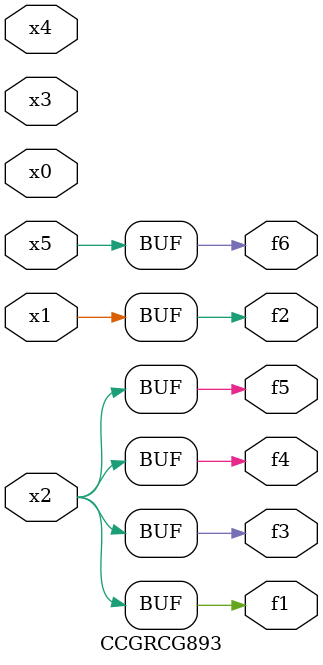
<source format=v>
module CCGRCG893(
	input x0, x1, x2, x3, x4, x5,
	output f1, f2, f3, f4, f5, f6
);
	assign f1 = x2;
	assign f2 = x1;
	assign f3 = x2;
	assign f4 = x2;
	assign f5 = x2;
	assign f6 = x5;
endmodule

</source>
